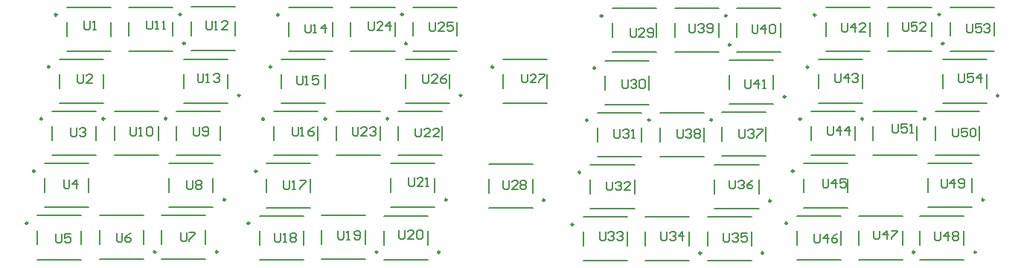
<source format=gto>
G04 Layer_Color=65535*
%FSLAX42Y42*%
%MOMM*%
G71*
G01*
G75*
%ADD18C,0.25*%
%ADD19C,0.20*%
D18*
X11745Y2221D02*
G03*
X11745Y2221I-12J0D01*
G01*
X11079Y3146D02*
G03*
X11079Y3146I-12J0D01*
G01*
X11122Y2814D02*
G03*
X11122Y2814I-12J0D01*
G01*
X10205Y1956D02*
G03*
X10205Y1956I-12J0D01*
G01*
X10912Y1957D02*
G03*
X10912Y1957I-12J0D01*
G01*
X11578Y1033D02*
G03*
X11578Y1033I-12J0D01*
G01*
X11488Y435D02*
G03*
X11488Y435I-12J0D01*
G01*
X10788D02*
G03*
X10788Y435I-12J0D01*
G01*
X9338Y765D02*
G03*
X9338Y765I-12J0D01*
G01*
X9414Y1360D02*
G03*
X9414Y1360I-12J0D01*
G01*
X9498Y1954D02*
G03*
X9498Y1954I-12J0D01*
G01*
X9581Y2548D02*
G03*
X9581Y2548I-12J0D01*
G01*
X9665Y3142D02*
G03*
X9665Y3142I-12J0D01*
G01*
X9320Y2209D02*
G03*
X9320Y2209I-12J0D01*
G01*
X8653Y3133D02*
G03*
X8653Y3133I-12J0D01*
G01*
X8696Y2801D02*
G03*
X8696Y2801I-12J0D01*
G01*
X7779Y1943D02*
G03*
X7779Y1943I-12J0D01*
G01*
X8486Y1945D02*
G03*
X8486Y1945I-12J0D01*
G01*
X9153Y1020D02*
G03*
X9153Y1020I-12J0D01*
G01*
X9069Y426D02*
G03*
X9069Y426I-12J0D01*
G01*
X8362Y425D02*
G03*
X8362Y425I-12J0D01*
G01*
X6905Y753D02*
G03*
X6905Y753I-12J0D01*
G01*
X6989Y1347D02*
G03*
X6989Y1347I-12J0D01*
G01*
X7072Y1941D02*
G03*
X7072Y1941I-12J0D01*
G01*
X7156Y2536D02*
G03*
X7156Y2536I-12J0D01*
G01*
X7239Y3130D02*
G03*
X7239Y3130I-12J0D01*
G01*
X6579Y1029D02*
G03*
X6579Y1029I-12J0D01*
G01*
X5996Y2547D02*
G03*
X5996Y2547I-12J0D01*
G01*
X5636Y2222D02*
G03*
X5636Y2222I-12J0D01*
G01*
X4969Y3146D02*
G03*
X4969Y3146I-12J0D01*
G01*
X5012Y2814D02*
G03*
X5012Y2814I-12J0D01*
G01*
X4095Y1956D02*
G03*
X4095Y1956I-12J0D01*
G01*
X4802Y1957D02*
G03*
X4802Y1957I-12J0D01*
G01*
X5469Y1033D02*
G03*
X5469Y1033I-12J0D01*
G01*
X5388Y435D02*
G03*
X5388Y435I-12J0D01*
G01*
X4678Y438D02*
G03*
X4678Y438I-12J0D01*
G01*
X3221Y766D02*
G03*
X3221Y766I-12J0D01*
G01*
X3305Y1360D02*
G03*
X3305Y1360I-12J0D01*
G01*
X3388Y1954D02*
G03*
X3388Y1954I-12J0D01*
G01*
X3472Y2548D02*
G03*
X3472Y2548I-12J0D01*
G01*
X3555Y3143D02*
G03*
X3555Y3143I-12J0D01*
G01*
X3112Y2223D02*
G03*
X3112Y2223I-12J0D01*
G01*
X2445Y3147D02*
G03*
X2445Y3147I-12J0D01*
G01*
X2488Y2816D02*
G03*
X2488Y2816I-12J0D01*
G01*
X1571Y1957D02*
G03*
X1571Y1957I-12J0D01*
G01*
X2278Y1959D02*
G03*
X2278Y1959I-12J0D01*
G01*
X2945Y1035D02*
G03*
X2945Y1035I-12J0D01*
G01*
X2861Y440D02*
G03*
X2861Y440I-12J0D01*
G01*
X2154Y439D02*
G03*
X2154Y439I-12J0D01*
G01*
X697Y767D02*
G03*
X697Y767I-12J0D01*
G01*
X780Y1361D02*
G03*
X780Y1361I-12J0D01*
G01*
X864Y1956D02*
G03*
X864Y1956I-12J0D01*
G01*
X947Y2550D02*
G03*
X947Y2550I-12J0D01*
G01*
X1031Y3144D02*
G03*
X1031Y3144I-12J0D01*
G01*
D19*
X11608Y2306D02*
Y2466D01*
X11108Y2636D02*
X11608D01*
X11108Y2306D02*
Y2466D01*
Y2136D02*
X11608D01*
X11191Y2901D02*
Y3061D01*
Y2731D02*
X11691D01*
Y2901D02*
Y3061D01*
X11191Y3231D02*
X11691D01*
X10984Y2899D02*
Y3059D01*
X10484Y3229D02*
X10984D01*
X10484Y2899D02*
Y3059D01*
Y2729D02*
X10984D01*
X10317Y1711D02*
Y1871D01*
Y1541D02*
X10817D01*
Y1711D02*
Y1871D01*
X10317Y2041D02*
X10817D01*
X11024Y1712D02*
Y1872D01*
Y1542D02*
X11524D01*
Y1712D02*
Y1872D01*
X11024Y2042D02*
X11524D01*
X11441Y1118D02*
Y1278D01*
X10941Y1448D02*
X11441D01*
X10941Y1118D02*
Y1278D01*
Y948D02*
X11441D01*
X11350Y520D02*
Y680D01*
X10850Y850D02*
X11350D01*
X10850Y520D02*
Y680D01*
Y350D02*
X11350D01*
X10650Y520D02*
Y680D01*
X10150Y850D02*
X10650D01*
X10150Y520D02*
Y680D01*
Y350D02*
X10650D01*
X9450Y520D02*
Y680D01*
Y350D02*
X9950D01*
Y520D02*
Y680D01*
X9450Y850D02*
X9950D01*
X9527Y1115D02*
Y1275D01*
Y945D02*
X10027D01*
Y1115D02*
Y1275D01*
X9527Y1445D02*
X10027D01*
X9610Y1709D02*
Y1869D01*
Y1539D02*
X10110D01*
Y1709D02*
Y1869D01*
X9610Y2039D02*
X10110D01*
X9694Y2303D02*
Y2463D01*
Y2133D02*
X10194D01*
Y2303D02*
Y2463D01*
X9694Y2633D02*
X10194D01*
X9777Y2897D02*
Y3057D01*
Y2727D02*
X10277D01*
Y2897D02*
Y3057D01*
X9777Y3227D02*
X10277D01*
X9182Y2294D02*
Y2454D01*
X8682Y2624D02*
X9182D01*
X8682Y2294D02*
Y2454D01*
Y2124D02*
X9182D01*
X8766Y2888D02*
Y3048D01*
Y2718D02*
X9266D01*
Y2888D02*
Y3048D01*
X8766Y3218D02*
X9266D01*
X8559Y2886D02*
Y3046D01*
X8059Y3216D02*
X8559D01*
X8059Y2886D02*
Y3046D01*
Y2716D02*
X8559D01*
X7892Y1698D02*
Y1858D01*
Y1528D02*
X8392D01*
Y1698D02*
Y1858D01*
X7892Y2028D02*
X8392D01*
X8599Y1700D02*
Y1860D01*
Y1530D02*
X9099D01*
Y1700D02*
Y1860D01*
X8599Y2030D02*
X9099D01*
X9015Y1105D02*
Y1265D01*
X8515Y1435D02*
X9015D01*
X8515Y1105D02*
Y1265D01*
Y935D02*
X9015D01*
X8932Y511D02*
Y671D01*
X8432Y841D02*
X8932D01*
X8432Y511D02*
Y671D01*
Y341D02*
X8932D01*
X8225Y510D02*
Y670D01*
X7725Y840D02*
X8225D01*
X7725Y510D02*
Y670D01*
Y340D02*
X8225D01*
X7018Y508D02*
Y668D01*
Y338D02*
X7518D01*
Y508D02*
Y668D01*
X7018Y838D02*
X7518D01*
X7101Y1102D02*
Y1262D01*
Y932D02*
X7601D01*
Y1102D02*
Y1262D01*
X7101Y1432D02*
X7601D01*
X7185Y1696D02*
Y1856D01*
Y1526D02*
X7685D01*
Y1696D02*
Y1856D01*
X7185Y2026D02*
X7685D01*
X7268Y2291D02*
Y2451D01*
Y2121D02*
X7768D01*
Y2291D02*
Y2451D01*
X7268Y2621D02*
X7768D01*
X7352Y2885D02*
Y3045D01*
Y2715D02*
X7852D01*
Y2885D02*
Y3045D01*
X7352Y3215D02*
X7852D01*
X6442Y1114D02*
Y1274D01*
X5942Y1444D02*
X6442D01*
X5942Y1114D02*
Y1274D01*
Y944D02*
X6442D01*
X6109Y2302D02*
Y2462D01*
Y2132D02*
X6609D01*
Y2302D02*
Y2462D01*
X6109Y2632D02*
X6609D01*
X5498Y2307D02*
Y2467D01*
X4998Y2637D02*
X5498D01*
X4998Y2307D02*
Y2467D01*
Y2137D02*
X5498D01*
X5082Y2901D02*
Y3061D01*
Y2731D02*
X5582D01*
Y2901D02*
Y3061D01*
X5082Y3231D02*
X5582D01*
X4875Y2899D02*
Y3059D01*
X4375Y3229D02*
X4875D01*
X4375Y2899D02*
Y3059D01*
Y2729D02*
X4875D01*
X4208Y1711D02*
Y1871D01*
Y1541D02*
X4708D01*
Y1711D02*
Y1871D01*
X4208Y2041D02*
X4708D01*
X4915Y1712D02*
Y1872D01*
Y1542D02*
X5415D01*
Y1712D02*
Y1872D01*
X4915Y2042D02*
X5415D01*
X5331Y1118D02*
Y1278D01*
X4831Y1448D02*
X5331D01*
X4831Y1118D02*
Y1278D01*
Y948D02*
X5331D01*
X5250Y520D02*
Y680D01*
X4750Y850D02*
X5250D01*
X4750Y520D02*
Y680D01*
Y350D02*
X5250D01*
X4541Y523D02*
Y683D01*
X4041Y853D02*
X4541D01*
X4041Y523D02*
Y683D01*
Y353D02*
X4541D01*
X3334Y521D02*
Y681D01*
Y351D02*
X3834D01*
Y521D02*
Y681D01*
X3334Y851D02*
X3834D01*
X3417Y1115D02*
Y1275D01*
Y945D02*
X3917D01*
Y1115D02*
Y1275D01*
X3417Y1445D02*
X3917D01*
X3501Y1709D02*
Y1869D01*
Y1539D02*
X4001D01*
Y1709D02*
Y1869D01*
X3501Y2039D02*
X4001D01*
X3584Y2303D02*
Y2463D01*
Y2133D02*
X4084D01*
Y2303D02*
Y2463D01*
X3584Y2633D02*
X4084D01*
X3668Y2898D02*
Y3058D01*
Y2728D02*
X4168D01*
Y2898D02*
Y3058D01*
X3668Y3228D02*
X4168D01*
X2974Y2308D02*
Y2468D01*
X2474Y2638D02*
X2974D01*
X2474Y2308D02*
Y2468D01*
Y2138D02*
X2974D01*
X2558Y2902D02*
Y3062D01*
Y2732D02*
X3058D01*
Y2902D02*
Y3062D01*
X2558Y3232D02*
X3058D01*
X2350Y2901D02*
Y3061D01*
X1850Y3231D02*
X2350D01*
X1850Y2901D02*
Y3061D01*
Y2731D02*
X2350D01*
X1683Y1712D02*
Y1872D01*
Y1542D02*
X2183D01*
Y1712D02*
Y1872D01*
X1683Y2042D02*
X2183D01*
X2391Y1714D02*
Y1874D01*
Y1544D02*
X2891D01*
Y1714D02*
Y1874D01*
X2391Y2044D02*
X2891D01*
X2807Y1120D02*
Y1280D01*
X2307Y1450D02*
X2807D01*
X2307Y1120D02*
Y1280D01*
Y950D02*
X2807D01*
X2724Y525D02*
Y685D01*
X2224Y855D02*
X2724D01*
X2224Y525D02*
Y685D01*
Y355D02*
X2724D01*
X2016Y524D02*
Y684D01*
X1516Y854D02*
X2016D01*
X1516Y524D02*
Y684D01*
Y354D02*
X2016D01*
X809Y522D02*
Y682D01*
Y352D02*
X1309D01*
Y522D02*
Y682D01*
X809Y852D02*
X1309D01*
X893Y1116D02*
Y1276D01*
Y946D02*
X1393D01*
Y1116D02*
Y1276D01*
X893Y1446D02*
X1393D01*
X976Y1711D02*
Y1871D01*
Y1541D02*
X1476D01*
Y1711D02*
Y1871D01*
X976Y2041D02*
X1476D01*
X1060Y2305D02*
Y2465D01*
Y2135D02*
X1560D01*
Y2305D02*
Y2465D01*
X1060Y2635D02*
X1560D01*
X1143Y2899D02*
Y3059D01*
Y2729D02*
X1643D01*
Y2899D02*
Y3059D01*
X1143Y3229D02*
X1643D01*
X11290Y2470D02*
Y2387D01*
X11307Y2370D01*
X11340D01*
X11357Y2387D01*
Y2470D01*
X11457D02*
X11390D01*
Y2420D01*
X11423Y2437D01*
X11440D01*
X11457Y2420D01*
Y2387D01*
X11440Y2370D01*
X11407D01*
X11390Y2387D01*
X11540Y2370D02*
Y2470D01*
X11490Y2420D01*
X11557D01*
X11380Y3040D02*
Y2957D01*
X11397Y2940D01*
X11430D01*
X11447Y2957D01*
Y3040D01*
X11547D02*
X11480D01*
Y2990D01*
X11513Y3007D01*
X11530D01*
X11547Y2990D01*
Y2957D01*
X11530Y2940D01*
X11497D01*
X11480Y2957D01*
X11580Y3023D02*
X11597Y3040D01*
X11630D01*
X11647Y3023D01*
Y3007D01*
X11630Y2990D01*
X11613D01*
X11630D01*
X11647Y2973D01*
Y2957D01*
X11630Y2940D01*
X11597D01*
X11580Y2957D01*
X10651Y3060D02*
Y2977D01*
X10668Y2960D01*
X10701D01*
X10717Y2977D01*
Y3060D01*
X10817D02*
X10751D01*
Y3010D01*
X10784Y3027D01*
X10801D01*
X10817Y3010D01*
Y2977D01*
X10801Y2960D01*
X10767D01*
X10751Y2977D01*
X10917Y2960D02*
X10851D01*
X10917Y3027D01*
Y3044D01*
X10901Y3060D01*
X10867D01*
X10851Y3044D01*
X10538Y1895D02*
Y1811D01*
X10554Y1795D01*
X10588D01*
X10604Y1811D01*
Y1895D01*
X10704D02*
X10637D01*
Y1845D01*
X10671Y1861D01*
X10687D01*
X10704Y1845D01*
Y1811D01*
X10687Y1795D01*
X10654D01*
X10637Y1811D01*
X10737Y1795D02*
X10771D01*
X10754D01*
Y1895D01*
X10737Y1878D01*
X11220Y1850D02*
Y1767D01*
X11237Y1750D01*
X11270D01*
X11287Y1767D01*
Y1850D01*
X11387D02*
X11320D01*
Y1800D01*
X11353Y1817D01*
X11370D01*
X11387Y1800D01*
Y1767D01*
X11370Y1750D01*
X11337D01*
X11320Y1767D01*
X11420Y1833D02*
X11437Y1850D01*
X11470D01*
X11487Y1833D01*
Y1767D01*
X11470Y1750D01*
X11437D01*
X11420Y1767D01*
Y1833D01*
X11090Y1270D02*
Y1187D01*
X11107Y1170D01*
X11140D01*
X11157Y1187D01*
Y1270D01*
X11240Y1170D02*
Y1270D01*
X11190Y1220D01*
X11257D01*
X11290Y1187D02*
X11307Y1170D01*
X11340D01*
X11357Y1187D01*
Y1253D01*
X11340Y1270D01*
X11307D01*
X11290Y1253D01*
Y1237D01*
X11307Y1220D01*
X11357D01*
X11020Y670D02*
Y587D01*
X11037Y570D01*
X11070D01*
X11087Y587D01*
Y670D01*
X11170Y570D02*
Y670D01*
X11120Y620D01*
X11187D01*
X11220Y653D02*
X11237Y670D01*
X11270D01*
X11287Y653D01*
Y637D01*
X11270Y620D01*
X11287Y603D01*
Y587D01*
X11270Y570D01*
X11237D01*
X11220Y587D01*
Y603D01*
X11237Y620D01*
X11220Y637D01*
Y653D01*
X11237Y620D02*
X11270D01*
X10327Y682D02*
Y599D01*
X10343Y582D01*
X10377D01*
X10393Y599D01*
Y682D01*
X10477Y582D02*
Y682D01*
X10427Y632D01*
X10493D01*
X10527Y682D02*
X10593D01*
Y666D01*
X10527Y599D01*
Y582D01*
X9645Y647D02*
Y563D01*
X9662Y547D01*
X9695D01*
X9712Y563D01*
Y647D01*
X9795Y547D02*
Y647D01*
X9745Y597D01*
X9812D01*
X9912Y647D02*
X9878Y630D01*
X9845Y597D01*
Y563D01*
X9862Y547D01*
X9895D01*
X9912Y563D01*
Y580D01*
X9895Y597D01*
X9845D01*
X9743Y1269D02*
Y1186D01*
X9759Y1169D01*
X9793D01*
X9809Y1186D01*
Y1269D01*
X9893Y1169D02*
Y1269D01*
X9843Y1219D01*
X9909D01*
X10009Y1269D02*
X9943D01*
Y1219D01*
X9976Y1236D01*
X9993D01*
X10009Y1219D01*
Y1186D01*
X9993Y1169D01*
X9959D01*
X9943Y1186D01*
X9797Y1868D02*
Y1784D01*
X9813Y1768D01*
X9847D01*
X9863Y1784D01*
Y1868D01*
X9946Y1768D02*
Y1868D01*
X9897Y1818D01*
X9963D01*
X10046Y1768D02*
Y1868D01*
X9996Y1818D01*
X10063D01*
X9881Y2472D02*
Y2388D01*
X9898Y2372D01*
X9931D01*
X9948Y2388D01*
Y2472D01*
X10031Y2372D02*
Y2472D01*
X9981Y2422D01*
X10048D01*
X10081Y2455D02*
X10098Y2472D01*
X10131D01*
X10148Y2455D01*
Y2438D01*
X10131Y2422D01*
X10115D01*
X10131D01*
X10148Y2405D01*
Y2388D01*
X10131Y2372D01*
X10098D01*
X10081Y2388D01*
X9962Y3046D02*
Y2963D01*
X9979Y2946D01*
X10012D01*
X10029Y2963D01*
Y3046D01*
X10112Y2946D02*
Y3046D01*
X10062Y2996D01*
X10129D01*
X10229Y2946D02*
X10162D01*
X10229Y3013D01*
Y3029D01*
X10212Y3046D01*
X10179D01*
X10162Y3029D01*
X8862Y2403D02*
Y2320D01*
X8879Y2303D01*
X8912D01*
X8929Y2320D01*
Y2403D01*
X9012Y2303D02*
Y2403D01*
X8962Y2353D01*
X9029D01*
X9062Y2303D02*
X9095D01*
X9079D01*
Y2403D01*
X9062Y2386D01*
X8940Y3028D02*
Y2945D01*
X8956Y2928D01*
X8990D01*
X9006Y2945D01*
Y3028D01*
X9090Y2928D02*
Y3028D01*
X9040Y2978D01*
X9106D01*
X9140Y3011D02*
X9156Y3028D01*
X9190D01*
X9206Y3011D01*
Y2945D01*
X9190Y2928D01*
X9156D01*
X9140Y2945D01*
Y3011D01*
X8224Y3038D02*
Y2955D01*
X8241Y2938D01*
X8274D01*
X8291Y2955D01*
Y3038D01*
X8324Y3021D02*
X8341Y3038D01*
X8374D01*
X8391Y3021D01*
Y3005D01*
X8374Y2988D01*
X8357D01*
X8374D01*
X8391Y2971D01*
Y2955D01*
X8374Y2938D01*
X8341D01*
X8324Y2955D01*
X8424D02*
X8441Y2938D01*
X8474D01*
X8491Y2955D01*
Y3021D01*
X8474Y3038D01*
X8441D01*
X8424Y3021D01*
Y3005D01*
X8441Y2988D01*
X8491D01*
X8085Y1835D02*
Y1752D01*
X8102Y1735D01*
X8135D01*
X8152Y1752D01*
Y1835D01*
X8185Y1819D02*
X8202Y1835D01*
X8235D01*
X8252Y1819D01*
Y1802D01*
X8235Y1785D01*
X8219D01*
X8235D01*
X8252Y1769D01*
Y1752D01*
X8235Y1735D01*
X8202D01*
X8185Y1752D01*
X8285Y1819D02*
X8302Y1835D01*
X8335D01*
X8352Y1819D01*
Y1802D01*
X8335Y1785D01*
X8352Y1769D01*
Y1752D01*
X8335Y1735D01*
X8302D01*
X8285Y1752D01*
Y1769D01*
X8302Y1785D01*
X8285Y1802D01*
Y1819D01*
X8302Y1785D02*
X8335D01*
X8793Y1837D02*
Y1754D01*
X8809Y1737D01*
X8842D01*
X8859Y1754D01*
Y1837D01*
X8892Y1820D02*
X8909Y1837D01*
X8942D01*
X8959Y1820D01*
Y1804D01*
X8942Y1787D01*
X8926D01*
X8942D01*
X8959Y1770D01*
Y1754D01*
X8942Y1737D01*
X8909D01*
X8892Y1754D01*
X8992Y1837D02*
X9059D01*
Y1820D01*
X8992Y1754D01*
Y1737D01*
X8681Y1257D02*
Y1174D01*
X8697Y1157D01*
X8731D01*
X8747Y1174D01*
Y1257D01*
X8781Y1240D02*
X8797Y1257D01*
X8831D01*
X8847Y1240D01*
Y1224D01*
X8831Y1207D01*
X8814D01*
X8831D01*
X8847Y1190D01*
Y1174D01*
X8831Y1157D01*
X8797D01*
X8781Y1174D01*
X8947Y1257D02*
X8914Y1240D01*
X8881Y1207D01*
Y1174D01*
X8897Y1157D01*
X8931D01*
X8947Y1174D01*
Y1190D01*
X8931Y1207D01*
X8881D01*
X8616Y650D02*
Y567D01*
X8632Y550D01*
X8666D01*
X8682Y567D01*
Y650D01*
X8716Y633D02*
X8732Y650D01*
X8766D01*
X8782Y633D01*
Y617D01*
X8766Y600D01*
X8749D01*
X8766D01*
X8782Y583D01*
Y567D01*
X8766Y550D01*
X8732D01*
X8716Y567D01*
X8882Y650D02*
X8816D01*
Y600D01*
X8849Y617D01*
X8866D01*
X8882Y600D01*
Y567D01*
X8866Y550D01*
X8832D01*
X8816Y567D01*
X7901Y670D02*
Y586D01*
X7918Y570D01*
X7951D01*
X7968Y586D01*
Y670D01*
X8001Y653D02*
X8018Y670D01*
X8051D01*
X8068Y653D01*
Y636D01*
X8051Y620D01*
X8035D01*
X8051D01*
X8068Y603D01*
Y586D01*
X8051Y570D01*
X8018D01*
X8001Y586D01*
X8151Y570D02*
Y670D01*
X8101Y620D01*
X8168D01*
X7204Y667D02*
Y583D01*
X7221Y567D01*
X7254D01*
X7271Y583D01*
Y667D01*
X7304Y650D02*
X7321Y667D01*
X7354D01*
X7371Y650D01*
Y633D01*
X7354Y617D01*
X7337D01*
X7354D01*
X7371Y600D01*
Y583D01*
X7354Y567D01*
X7321D01*
X7304Y583D01*
X7404Y650D02*
X7421Y667D01*
X7454D01*
X7471Y650D01*
Y633D01*
X7454Y617D01*
X7437D01*
X7454D01*
X7471Y600D01*
Y583D01*
X7454Y567D01*
X7421D01*
X7404Y583D01*
X7285Y1241D02*
Y1158D01*
X7302Y1141D01*
X7335D01*
X7352Y1158D01*
Y1241D01*
X7385Y1224D02*
X7402Y1241D01*
X7435D01*
X7452Y1224D01*
Y1208D01*
X7435Y1191D01*
X7418D01*
X7435D01*
X7452Y1174D01*
Y1158D01*
X7435Y1141D01*
X7402D01*
X7385Y1158D01*
X7551Y1141D02*
X7485D01*
X7551Y1208D01*
Y1224D01*
X7535Y1241D01*
X7501D01*
X7485Y1224D01*
X7368Y1835D02*
Y1752D01*
X7385Y1735D01*
X7418D01*
X7435Y1752D01*
Y1835D01*
X7468Y1819D02*
X7485Y1835D01*
X7518D01*
X7535Y1819D01*
Y1802D01*
X7518Y1785D01*
X7502D01*
X7518D01*
X7535Y1769D01*
Y1752D01*
X7518Y1735D01*
X7485D01*
X7468Y1752D01*
X7568Y1735D02*
X7602D01*
X7585D01*
Y1835D01*
X7568Y1819D01*
X7459Y2408D02*
Y2325D01*
X7476Y2308D01*
X7509D01*
X7526Y2325D01*
Y2408D01*
X7559Y2392D02*
X7576Y2408D01*
X7609D01*
X7626Y2392D01*
Y2375D01*
X7609Y2358D01*
X7592D01*
X7609D01*
X7626Y2342D01*
Y2325D01*
X7609Y2308D01*
X7576D01*
X7559Y2325D01*
X7659Y2392D02*
X7676Y2408D01*
X7709D01*
X7726Y2392D01*
Y2325D01*
X7709Y2308D01*
X7676D01*
X7659Y2325D01*
Y2392D01*
X7551Y2991D02*
Y2908D01*
X7568Y2891D01*
X7601D01*
X7618Y2908D01*
Y2991D01*
X7718Y2891D02*
X7651D01*
X7718Y2958D01*
Y2974D01*
X7701Y2991D01*
X7668D01*
X7651Y2974D01*
X7751Y2908D02*
X7768Y2891D01*
X7801D01*
X7818Y2908D01*
Y2974D01*
X7801Y2991D01*
X7768D01*
X7751Y2974D01*
Y2958D01*
X7768Y2941D01*
X7818D01*
X6105Y1255D02*
Y1172D01*
X6122Y1155D01*
X6155D01*
X6172Y1172D01*
Y1255D01*
X6272Y1155D02*
X6205D01*
X6272Y1222D01*
Y1239D01*
X6255Y1255D01*
X6222D01*
X6205Y1239D01*
X6305D02*
X6322Y1255D01*
X6355D01*
X6372Y1239D01*
Y1222D01*
X6355Y1205D01*
X6372Y1189D01*
Y1172D01*
X6355Y1155D01*
X6322D01*
X6305Y1172D01*
Y1189D01*
X6322Y1205D01*
X6305Y1222D01*
Y1239D01*
X6322Y1205D02*
X6355D01*
X6316Y2468D02*
Y2385D01*
X6333Y2368D01*
X6366D01*
X6383Y2385D01*
Y2468D01*
X6483Y2368D02*
X6416D01*
X6483Y2434D01*
Y2451D01*
X6466Y2468D01*
X6433D01*
X6416Y2451D01*
X6516Y2468D02*
X6583D01*
Y2451D01*
X6516Y2385D01*
Y2368D01*
X5195Y2464D02*
Y2381D01*
X5211Y2364D01*
X5245D01*
X5261Y2381D01*
Y2464D01*
X5361Y2364D02*
X5295D01*
X5361Y2431D01*
Y2447D01*
X5345Y2464D01*
X5311D01*
X5295Y2447D01*
X5461Y2464D02*
X5428Y2447D01*
X5395Y2414D01*
Y2381D01*
X5411Y2364D01*
X5445D01*
X5461Y2381D01*
Y2397D01*
X5445Y2414D01*
X5395D01*
X5268Y3059D02*
Y2976D01*
X5285Y2959D01*
X5318D01*
X5335Y2976D01*
Y3059D01*
X5435Y2959D02*
X5368D01*
X5435Y3026D01*
Y3043D01*
X5418Y3059D01*
X5385D01*
X5368Y3043D01*
X5535Y3059D02*
X5468D01*
Y3009D01*
X5502Y3026D01*
X5518D01*
X5535Y3009D01*
Y2976D01*
X5518Y2959D01*
X5485D01*
X5468Y2976D01*
X4573Y3066D02*
Y2983D01*
X4589Y2966D01*
X4623D01*
X4639Y2983D01*
Y3066D01*
X4739Y2966D02*
X4672D01*
X4739Y3033D01*
Y3050D01*
X4722Y3066D01*
X4689D01*
X4672Y3050D01*
X4822Y2966D02*
Y3066D01*
X4772Y3016D01*
X4839D01*
X4393Y1860D02*
Y1776D01*
X4409Y1760D01*
X4443D01*
X4459Y1776D01*
Y1860D01*
X4559Y1760D02*
X4493D01*
X4559Y1826D01*
Y1843D01*
X4543Y1860D01*
X4509D01*
X4493Y1843D01*
X4593D02*
X4609Y1860D01*
X4643D01*
X4659Y1843D01*
Y1826D01*
X4643Y1810D01*
X4626D01*
X4643D01*
X4659Y1793D01*
Y1776D01*
X4643Y1760D01*
X4609D01*
X4593Y1776D01*
X5108Y1850D02*
Y1767D01*
X5125Y1750D01*
X5158D01*
X5175Y1767D01*
Y1850D01*
X5275Y1750D02*
X5208D01*
X5275Y1817D01*
Y1833D01*
X5258Y1850D01*
X5225D01*
X5208Y1833D01*
X5375Y1750D02*
X5308D01*
X5375Y1817D01*
Y1833D01*
X5358Y1850D01*
X5325D01*
X5308Y1833D01*
X5029Y1285D02*
Y1202D01*
X5046Y1185D01*
X5079D01*
X5096Y1202D01*
Y1285D01*
X5196Y1185D02*
X5129D01*
X5196Y1252D01*
Y1269D01*
X5179Y1285D01*
X5146D01*
X5129Y1269D01*
X5229Y1185D02*
X5262D01*
X5246D01*
Y1285D01*
X5229Y1269D01*
X4924Y684D02*
Y601D01*
X4941Y584D01*
X4974D01*
X4991Y601D01*
Y684D01*
X5091Y584D02*
X5024D01*
X5091Y651D01*
Y668D01*
X5074Y684D01*
X5041D01*
X5024Y668D01*
X5124D02*
X5141Y684D01*
X5174D01*
X5191Y668D01*
Y601D01*
X5174Y584D01*
X5141D01*
X5124Y601D01*
Y668D01*
X4227Y681D02*
Y598D01*
X4244Y581D01*
X4277D01*
X4294Y598D01*
Y681D01*
X4327Y581D02*
X4361D01*
X4344D01*
Y681D01*
X4327Y665D01*
X4410Y598D02*
X4427Y581D01*
X4460D01*
X4477Y598D01*
Y665D01*
X4460Y681D01*
X4427D01*
X4410Y665D01*
Y648D01*
X4427Y631D01*
X4477D01*
X3506Y651D02*
Y568D01*
X3523Y551D01*
X3556D01*
X3573Y568D01*
Y651D01*
X3606Y551D02*
X3639D01*
X3623D01*
Y651D01*
X3606Y635D01*
X3689D02*
X3706Y651D01*
X3739D01*
X3756Y635D01*
Y618D01*
X3739Y601D01*
X3756Y585D01*
Y568D01*
X3739Y551D01*
X3706D01*
X3689Y568D01*
Y585D01*
X3706Y601D01*
X3689Y618D01*
Y635D01*
X3706Y601D02*
X3739D01*
X3611Y1253D02*
Y1169D01*
X3627Y1153D01*
X3661D01*
X3677Y1169D01*
Y1253D01*
X3711Y1153D02*
X3744D01*
X3727D01*
Y1253D01*
X3711Y1236D01*
X3794Y1253D02*
X3861D01*
Y1236D01*
X3794Y1169D01*
Y1153D01*
X3707Y1865D02*
Y1782D01*
X3724Y1765D01*
X3757D01*
X3774Y1782D01*
Y1865D01*
X3807Y1765D02*
X3840D01*
X3824D01*
Y1865D01*
X3807Y1848D01*
X3957Y1865D02*
X3924Y1848D01*
X3890Y1815D01*
Y1782D01*
X3907Y1765D01*
X3940D01*
X3957Y1782D01*
Y1798D01*
X3940Y1815D01*
X3890D01*
X3758Y2444D02*
Y2360D01*
X3775Y2344D01*
X3808D01*
X3825Y2360D01*
Y2444D01*
X3858Y2344D02*
X3891D01*
X3875D01*
Y2444D01*
X3858Y2427D01*
X4008Y2444D02*
X3941D01*
Y2394D01*
X3975Y2410D01*
X3991D01*
X4008Y2394D01*
Y2360D01*
X3991Y2344D01*
X3958D01*
X3941Y2360D01*
X3851Y3036D02*
Y2953D01*
X3868Y2936D01*
X3901D01*
X3918Y2953D01*
Y3036D01*
X3951Y2936D02*
X3985D01*
X3968D01*
Y3036D01*
X3951Y3020D01*
X4085Y2936D02*
Y3036D01*
X4035Y2986D01*
X4101D01*
X2631Y2471D02*
Y2387D01*
X2647Y2371D01*
X2681D01*
X2697Y2387D01*
Y2471D01*
X2731Y2371D02*
X2764D01*
X2747D01*
Y2471D01*
X2731Y2454D01*
X2814D02*
X2831Y2471D01*
X2864D01*
X2881Y2454D01*
Y2437D01*
X2864Y2421D01*
X2847D01*
X2864D01*
X2881Y2404D01*
Y2387D01*
X2864Y2371D01*
X2831D01*
X2814Y2387D01*
X2726Y3073D02*
Y2990D01*
X2742Y2973D01*
X2776D01*
X2792Y2990D01*
Y3073D01*
X2826Y2973D02*
X2859D01*
X2842D01*
Y3073D01*
X2826Y3057D01*
X2975Y2973D02*
X2909D01*
X2975Y3040D01*
Y3057D01*
X2959Y3073D01*
X2925D01*
X2909Y3057D01*
X2050Y3078D02*
Y2994D01*
X2066Y2978D01*
X2100D01*
X2116Y2994D01*
Y3078D01*
X2150Y2978D02*
X2183D01*
X2166D01*
Y3078D01*
X2150Y3061D01*
X2233Y2978D02*
X2266D01*
X2249D01*
Y3078D01*
X2233Y3061D01*
X1868Y1861D02*
Y1778D01*
X1885Y1761D01*
X1918D01*
X1935Y1778D01*
Y1861D01*
X1968Y1761D02*
X2002D01*
X1985D01*
Y1861D01*
X1968Y1844D01*
X2052D02*
X2068Y1861D01*
X2102D01*
X2118Y1844D01*
Y1778D01*
X2102Y1761D01*
X2068D01*
X2052Y1778D01*
Y1844D01*
X2585Y1861D02*
Y1778D01*
X2602Y1761D01*
X2635D01*
X2652Y1778D01*
Y1861D01*
X2685Y1778D02*
X2702Y1761D01*
X2735D01*
X2752Y1778D01*
Y1844D01*
X2735Y1861D01*
X2702D01*
X2685Y1844D01*
Y1828D01*
X2702Y1811D01*
X2752D01*
X2510Y1256D02*
Y1172D01*
X2527Y1156D01*
X2560D01*
X2577Y1172D01*
Y1256D01*
X2610Y1239D02*
X2627Y1256D01*
X2660D01*
X2677Y1239D01*
Y1222D01*
X2660Y1206D01*
X2677Y1189D01*
Y1172D01*
X2660Y1156D01*
X2627D01*
X2610Y1172D01*
Y1189D01*
X2627Y1206D01*
X2610Y1222D01*
Y1239D01*
X2627Y1206D02*
X2660D01*
X2437Y660D02*
Y577D01*
X2454Y560D01*
X2487D01*
X2504Y577D01*
Y660D01*
X2537D02*
X2603D01*
Y643D01*
X2537Y577D01*
Y560D01*
X1709Y651D02*
Y568D01*
X1725Y551D01*
X1759D01*
X1775Y568D01*
Y651D01*
X1875D02*
X1842Y635D01*
X1809Y601D01*
Y568D01*
X1825Y551D01*
X1859D01*
X1875Y568D01*
Y585D01*
X1859Y601D01*
X1809D01*
X1021Y647D02*
Y564D01*
X1038Y547D01*
X1071D01*
X1088Y564D01*
Y647D01*
X1188D02*
X1121D01*
Y597D01*
X1155Y614D01*
X1171D01*
X1188Y597D01*
Y564D01*
X1171Y547D01*
X1138D01*
X1121Y564D01*
X1108Y1261D02*
Y1178D01*
X1124Y1161D01*
X1158D01*
X1174Y1178D01*
Y1261D01*
X1257Y1161D02*
Y1261D01*
X1208Y1211D01*
X1274D01*
X1191Y1855D02*
Y1772D01*
X1208Y1755D01*
X1241D01*
X1258Y1772D01*
Y1855D01*
X1291Y1838D02*
X1308Y1855D01*
X1341D01*
X1358Y1838D01*
Y1822D01*
X1341Y1805D01*
X1324D01*
X1341D01*
X1358Y1788D01*
Y1772D01*
X1341Y1755D01*
X1308D01*
X1291Y1772D01*
X1266Y2461D02*
Y2377D01*
X1283Y2361D01*
X1316D01*
X1333Y2377D01*
Y2461D01*
X1433Y2361D02*
X1366D01*
X1433Y2427D01*
Y2444D01*
X1416Y2461D01*
X1383D01*
X1366Y2444D01*
X1342Y3076D02*
Y2993D01*
X1359Y2976D01*
X1392D01*
X1409Y2993D01*
Y3076D01*
X1442Y2976D02*
X1476D01*
X1459D01*
Y3076D01*
X1442Y3059D01*
M02*

</source>
